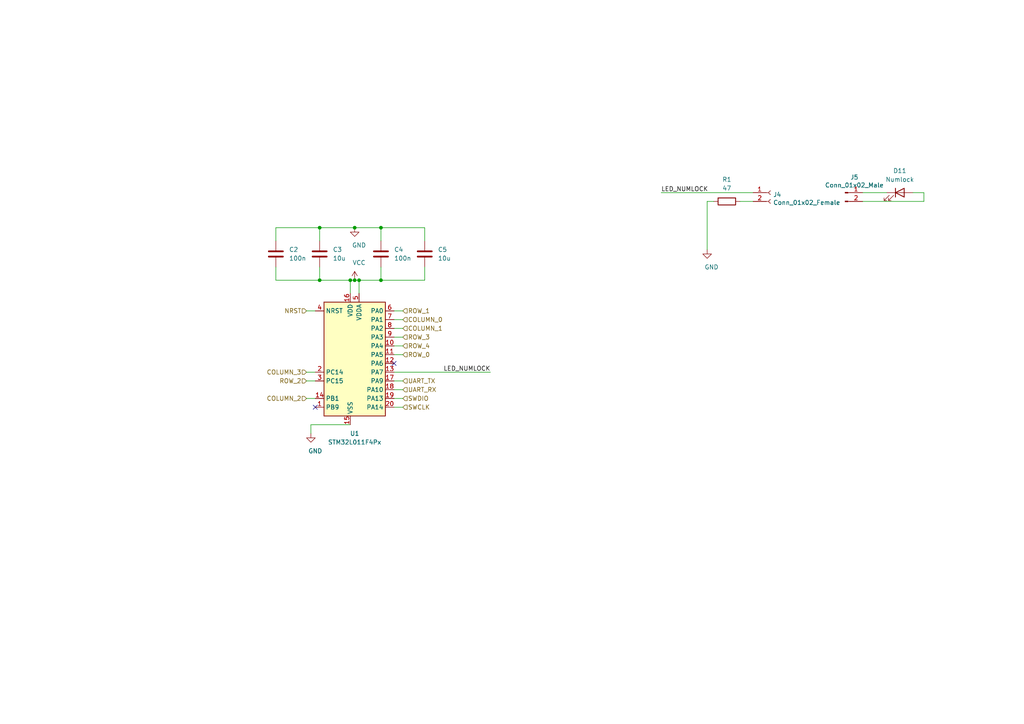
<source format=kicad_sch>
(kicad_sch (version 20210126) (generator eeschema)
  (paper "A4")
  (lib_symbols
    (symbol "Connector:Conn_01x02_Female" (pin_names (offset 1.016) hide)
      (property "Reference" "J" (at 0 2.54 0))
      (property "Value" "Conn_01x02_Female" (at 0 -5.08 0))
      (symbol "Conn_01x02_Female_1_1"
        (arc (start 0 -2.032) (end 0 -3.048) (radius (at 0 -2.54) (length 0.508) (angles 90.1 -90.1)) (stroke (width 0.1524)))
        (arc (start 0 0.508) (end 0 -0.508) (radius (at 0 0) (length 0.508) (angles 90.1 -90.1)) (stroke (width 0.1524)))
        (polyline (pts (xy -1.27 -2.54) (xy -0.508 -2.54)) (stroke (width 0.1524)))
        (polyline (pts (xy -1.27 0) (xy -0.508 0)) (stroke (width 0.1524)))
        (pin passive line (at -5.08 0 0) (length 3.81) (name "Pin_1") (number "1"))
        (pin passive line (at -5.08 -2.54 0) (length 3.81) (name "Pin_2") (number "2"))
      )
    )
    (symbol "Connector:Conn_01x02_Male" (pin_names (offset 1.016) hide)
      (property "Reference" "J" (at 0 2.54 0))
      (property "Value" "Conn_01x02_Male" (at 0 -5.08 0))
      (symbol "Conn_01x02_Male_1_1"
        (rectangle (start 0.8636 -2.413) (end 0 -2.667) (stroke (width 0.1524)) (fill (type outline)))
        (rectangle (start 0.8636 0.127) (end 0 -0.127) (stroke (width 0.1524)) (fill (type outline)))
        (polyline (pts (xy 1.27 -2.54) (xy 0.8636 -2.54)) (stroke (width 0.1524)))
        (polyline (pts (xy 1.27 0) (xy 0.8636 0)) (stroke (width 0.1524)))
        (pin passive line (at 5.08 0 180) (length 3.81) (name "Pin_1") (number "1"))
        (pin passive line (at 5.08 -2.54 180) (length 3.81) (name "Pin_2") (number "2"))
      )
    )
    (symbol "Device:C" (pin_numbers hide) (pin_names (offset 0.254))
      (property "Reference" "C" (at 0.635 2.54 0))
      (property "Value" "C" (at 0.635 -2.54 0))
      (symbol "C_0_1"
        (polyline (pts (xy -2.032 -0.762) (xy 2.032 -0.762)) (stroke (width 0.508)))
        (polyline (pts (xy -2.032 0.762) (xy 2.032 0.762)) (stroke (width 0.508)))
      )
      (symbol "C_1_1"
        (pin passive line (at 0 3.81 270) (length 2.794) (name "~") (number "1"))
        (pin passive line (at 0 -3.81 90) (length 2.794) (name "~") (number "2"))
      )
    )
    (symbol "Device:LED" (pin_numbers hide) (pin_names (offset 1.016) hide)
      (property "Reference" "D" (at 0 2.54 0))
      (property "Value" "LED" (at 0 -2.54 0))
      (symbol "LED_0_1"
        (polyline (pts (xy -1.27 -1.27) (xy -1.27 1.27)) (stroke (width 0.254)))
        (polyline (pts (xy -1.27 0) (xy 1.27 0)))
        (polyline (pts (xy 1.27 -1.27) (xy 1.27 1.27) (xy -1.27 0) (xy 1.27 -1.27)) (stroke (width 0.254)))
        (polyline (pts (xy -3.048 -0.762) (xy -4.572 -2.286) (xy -3.81 -2.286) (xy -4.572 -2.286) (xy -4.572 -1.524)))
        (polyline (pts (xy -1.778 -0.762) (xy -3.302 -2.286) (xy -2.54 -2.286) (xy -3.302 -2.286) (xy -3.302 -1.524)))
      )
      (symbol "LED_1_1"
        (pin passive line (at -3.81 0 0) (length 2.54) (name "K") (number "1"))
        (pin passive line (at 3.81 0 180) (length 2.54) (name "A") (number "2"))
      )
    )
    (symbol "Device:R" (pin_numbers hide) (pin_names (offset 0))
      (property "Reference" "R" (at 2.032 0 90))
      (property "Value" "R" (at 0 0 90))
      (symbol "R_0_1"
        (rectangle (start -1.016 -2.54) (end 1.016 2.54) (stroke (width 0.254)))
      )
      (symbol "R_1_1"
        (pin passive line (at 0 3.81 270) (length 1.27) (name "~") (number "1"))
        (pin passive line (at 0 -3.81 90) (length 1.27) (name "~") (number "2"))
      )
    )
    (symbol "MCU_ST_STM32L0:STM32L011F4Px"
      (property "Reference" "U" (at -10.16 16.51 0))
      (property "Value" "STM32L011F4Px" (at 2.54 16.51 0))
      (symbol "STM32L011F4Px_0_1"
        (rectangle (start -10.16 -17.78) (end 7.62 15.24) (stroke (width 0.254)) (fill (type background)))
      )
      (symbol "STM32L011F4Px_1_1"
        (pin input line (at -12.7 12.7 0) (length 2.54) (name "NRST") (number "4"))
        (pin bidirectional line (at 10.16 12.7 180) (length 2.54) (name "PA0") (number "6"))
        (pin bidirectional line (at 10.16 10.16 180) (length 2.54) (name "PA1") (number "7"))
        (pin bidirectional line (at 10.16 -10.16 180) (length 2.54) (name "PA10") (number "18"))
        (pin bidirectional line (at 10.16 -12.7 180) (length 2.54) (name "PA13") (number "19"))
        (pin bidirectional line (at 10.16 -15.24 180) (length 2.54) (name "PA14") (number "20"))
        (pin bidirectional line (at 10.16 7.62 180) (length 2.54) (name "PA2") (number "8"))
        (pin bidirectional line (at 10.16 5.08 180) (length 2.54) (name "PA3") (number "9"))
        (pin bidirectional line (at 10.16 2.54 180) (length 2.54) (name "PA4") (number "10"))
        (pin bidirectional line (at 10.16 0 180) (length 2.54) (name "PA5") (number "11"))
        (pin bidirectional line (at 10.16 -2.54 180) (length 2.54) (name "PA6") (number "12"))
        (pin bidirectional line (at 10.16 -5.08 180) (length 2.54) (name "PA7") (number "13"))
        (pin bidirectional line (at 10.16 -7.62 180) (length 2.54) (name "PA9") (number "17"))
        (pin bidirectional line (at -12.7 -12.7 0) (length 2.54) (name "PB1") (number "14"))
        (pin bidirectional line (at -12.7 -15.24 0) (length 2.54) (name "PB9") (number "1"))
        (pin bidirectional line (at -12.7 -5.08 0) (length 2.54) (name "PC14") (number "2"))
        (pin bidirectional line (at -12.7 -7.62 0) (length 2.54) (name "PC15") (number "3"))
        (pin power_in line (at -2.54 17.78 270) (length 2.54) (name "VDD") (number "16"))
        (pin power_in line (at 0 17.78 270) (length 2.54) (name "VDDA") (number "5"))
        (pin power_in line (at -2.54 -20.32 90) (length 2.54) (name "VSS") (number "15"))
      )
    )
    (symbol "power:GND" (power) (pin_names (offset 0))
      (property "Value" "GND" (at 0 -3.81 0))
      (symbol "GND_0_1"
        (polyline (pts (xy 0 0) (xy 0 -1.27) (xy 1.27 -1.27) (xy 0 -2.54) (xy -1.27 -1.27) (xy 0 -1.27)))
      )
      (symbol "GND_1_1"
        (pin power_in line (at 0 0 270) (length 0) hide (name "GND") (number "1"))
      )
    )
    (symbol "power:VCC" (power) (pin_names (offset 0))
      (property "Value" "VCC" (at 0 3.81 0))
      (symbol "VCC_0_1"
        (polyline (pts (xy -0.762 1.27) (xy 0 2.54)))
        (polyline (pts (xy 0 0) (xy 0 2.54)))
        (polyline (pts (xy 0 2.54) (xy 0.762 1.27)))
      )
      (symbol "VCC_1_1"
        (pin power_in line (at 0 0 90) (length 0) hide (name "VCC") (number "1"))
      )
    )
  )
  (junction (at 92.71 66.04) (diameter 0.9144))
  (junction (at 92.71 81.28) (diameter 0.9144))
  (junction (at 101.6 81.28) (diameter 0.9144))
  (junction (at 102.87 66.04) (diameter 0.9144))
  (junction (at 102.87 81.28) (diameter 0.9144))
  (junction (at 104.14 81.28) (diameter 0.9144))
  (junction (at 110.49 66.04) (diameter 0.9144))
  (junction (at 110.49 81.28) (diameter 0.9144))
  (no_connect (at 91.44 118.11))
  (no_connect (at 114.3 105.41))
  (wire (pts (xy 80.01 66.04) (xy 80.01 69.85)))
  (wire (pts (xy 80.01 66.04) (xy 92.71 66.04)))
  (wire (pts (xy 80.01 77.47) (xy 80.01 81.28)))
  (wire (pts (xy 80.01 81.28) (xy 92.71 81.28)))
  (wire (pts (xy 88.9 90.17) (xy 91.44 90.17)))
  (wire (pts (xy 88.9 107.95) (xy 91.44 107.95)))
  (wire (pts (xy 88.9 110.49) (xy 91.44 110.49)))
  (wire (pts (xy 88.9 115.57) (xy 91.44 115.57)))
  (wire (pts (xy 90.17 123.19) (xy 90.17 125.73)))
  (wire (pts (xy 90.17 123.19) (xy 101.6 123.19)))
  (wire (pts (xy 92.71 66.04) (xy 92.71 69.85)))
  (wire (pts (xy 92.71 66.04) (xy 102.87 66.04)))
  (wire (pts (xy 92.71 77.47) (xy 92.71 81.28)))
  (wire (pts (xy 92.71 81.28) (xy 101.6 81.28)))
  (wire (pts (xy 101.6 81.28) (xy 101.6 85.09)))
  (wire (pts (xy 101.6 81.28) (xy 102.87 81.28)))
  (wire (pts (xy 102.87 66.04) (xy 110.49 66.04)))
  (wire (pts (xy 102.87 81.28) (xy 104.14 81.28)))
  (wire (pts (xy 104.14 81.28) (xy 110.49 81.28)))
  (wire (pts (xy 104.14 85.09) (xy 104.14 81.28)))
  (wire (pts (xy 110.49 66.04) (xy 110.49 69.85)))
  (wire (pts (xy 110.49 66.04) (xy 123.19 66.04)))
  (wire (pts (xy 110.49 77.47) (xy 110.49 81.28)))
  (wire (pts (xy 110.49 81.28) (xy 123.19 81.28)))
  (wire (pts (xy 114.3 90.17) (xy 116.84 90.17)))
  (wire (pts (xy 114.3 92.71) (xy 116.84 92.71)))
  (wire (pts (xy 114.3 95.25) (xy 116.84 95.25)))
  (wire (pts (xy 114.3 97.79) (xy 116.84 97.79)))
  (wire (pts (xy 114.3 100.33) (xy 116.84 100.33)))
  (wire (pts (xy 114.3 110.49) (xy 116.84 110.49)))
  (wire (pts (xy 114.3 113.03) (xy 116.84 113.03)))
  (wire (pts (xy 114.3 115.57) (xy 116.84 115.57)))
  (wire (pts (xy 114.3 118.11) (xy 116.84 118.11)))
  (wire (pts (xy 116.84 102.87) (xy 114.3 102.87)))
  (wire (pts (xy 123.19 66.04) (xy 123.19 69.85)))
  (wire (pts (xy 123.19 77.47) (xy 123.19 81.28)))
  (wire (pts (xy 142.24 107.95) (xy 114.3 107.95)))
  (wire (pts (xy 191.77 55.88) (xy 218.44 55.88)))
  (wire (pts (xy 205.105 58.42) (xy 205.105 72.39)))
  (wire (pts (xy 205.105 58.42) (xy 207.01 58.42)))
  (wire (pts (xy 214.63 58.42) (xy 218.44 58.42)))
  (wire (pts (xy 250.19 55.88) (xy 257.175 55.88)))
  (wire (pts (xy 250.19 58.42) (xy 267.97 58.42)))
  (wire (pts (xy 264.795 55.88) (xy 267.97 55.88)))
  (wire (pts (xy 267.97 58.42) (xy 267.97 55.88)))
  (label "LED_NUMLOCK" (at 142.24 107.95 180))
  (label "LED_NUMLOCK" (at 191.77 55.88 0))
  (hierarchical_label "NRST" (shape input) (at 88.9 90.17 180))
  (hierarchical_label "COLUMN_3" (shape input) (at 88.9 107.95 180))
  (hierarchical_label "ROW_2" (shape input) (at 88.9 110.49 180))
  (hierarchical_label "COLUMN_2" (shape input) (at 88.9 115.57 180))
  (hierarchical_label "ROW_1" (shape input) (at 116.84 90.17 0))
  (hierarchical_label "COLUMN_0" (shape input) (at 116.84 92.71 0))
  (hierarchical_label "COLUMN_1" (shape input) (at 116.84 95.25 0))
  (hierarchical_label "ROW_3" (shape input) (at 116.84 97.79 0))
  (hierarchical_label "ROW_4" (shape input) (at 116.84 100.33 0))
  (hierarchical_label "ROW_0" (shape input) (at 116.84 102.87 0))
  (hierarchical_label "UART_TX" (shape input) (at 116.84 110.49 0))
  (hierarchical_label "UART_RX" (shape input) (at 116.84 113.03 0))
  (hierarchical_label "SWDIO" (shape input) (at 116.84 115.57 0))
  (hierarchical_label "SWCLK" (shape input) (at 116.84 118.11 0))
  (symbol (lib_id "power:VCC") (at 102.87 81.28 0) (unit 1)
    (property "Reference" "#PWR0109" (effects hide))
    (property "Value" "VCC" (at 104.14 76.2 0))
  )
  (symbol (lib_id "power:GND") (at 90.17 125.73 0) (unit 1)
    (property "Reference" "#PWR0111" (effects hide))
    (property "Value" "GND" (at 91.44 130.81 0))
  )
  (symbol (lib_id "power:GND") (at 102.87 66.04 0) (unit 1)
    (property "Reference" "#PWR0110" (effects hide))
    (property "Value" "GND" (at 104.14 71.12 0))
  )
  (symbol (lib_id "power:GND") (at 205.105 72.39 0) (unit 1)
    (property "Reference" "#PWR0112" (effects hide))
    (property "Value" "GND" (at 206.375 77.47 0))
  )
  (symbol (lib_id "Device:R") (at 210.82 58.42 90) (unit 1)
    (property "Reference" "R1" (at 210.82 52.07 90))
    (property "Value" "47" (at 210.82 54.61 90))
    (property "Footprint" "Resistor_SMD:R_0603_1608Metric_Pad0.98x0.95mm_HandSolder" (effects hide))
  )
  (symbol (lib_id "Connector:Conn_01x02_Male") (at 245.11 55.88 0) (unit 1)
    (property "Reference" "J5" (at 247.8024 51.4158 0))
    (property "Value" "Conn_01x02_Male" (at 247.8024 53.7145 0))
    (property "Footprint" "Connector_PinSocket_2.00mm:PinSocket_1x02_P2.00mm_Vertical" (effects hide))
  )
  (symbol (lib_id "Connector:Conn_01x02_Female") (at 223.52 55.88 0) (unit 1)
    (property "Reference" "J4" (at 224.2313 56.4578 0) (effects (justify left)))
    (property "Value" "Conn_01x02_Female" (at 224.2313 58.7565 0) (effects (justify left)))
    (property "Footprint" "Connector_PinSocket_2.00mm:PinSocket_1x02_P2.00mm_Vertical" (effects hide))
  )
  (symbol (lib_id "Device:LED") (at 260.985 55.88 0) (unit 1)
    (property "Reference" "D11" (at 260.985 49.53 0))
    (property "Value" "Numlock" (at 260.985 52.07 0))
    (property "Footprint" "Diode_SMD:D_0603_1608Metric_Pad1.05x0.95mm_HandSolder" (effects hide))
    (property "Mouser" "710-150060SS75000" (effects hide))
    (property "Part Name" "150060SS75000 " (effects hide))
  )
  (symbol (lib_id "Device:C") (at 80.01 73.66 0) (unit 1)
    (property "Reference" "C2" (at 83.82 72.39 0) (effects (justify left)))
    (property "Value" "100n" (at 83.82 74.93 0) (effects (justify left)))
    (property "Footprint" "Capacitor_SMD:C_0603_1608Metric_Pad1.08x0.95mm_HandSolder" (effects hide))
  )
  (symbol (lib_id "Device:C") (at 92.71 73.66 0) (unit 1)
    (property "Reference" "C3" (at 96.52 72.39 0) (effects (justify left)))
    (property "Value" "10u" (at 96.52 74.93 0) (effects (justify left)))
    (property "Footprint" "Capacitor_SMD:C_0603_1608Metric_Pad1.08x0.95mm_HandSolder" (effects hide))
  )
  (symbol (lib_id "Device:C") (at 110.49 73.66 0) (unit 1)
    (property "Reference" "C4" (at 114.3 72.39 0) (effects (justify left)))
    (property "Value" "100n" (at 114.3 74.93 0) (effects (justify left)))
    (property "Footprint" "Capacitor_SMD:C_0603_1608Metric_Pad1.08x0.95mm_HandSolder" (effects hide))
  )
  (symbol (lib_id "Device:C") (at 123.19 73.66 0) (unit 1)
    (property "Reference" "C5" (at 127 72.39 0) (effects (justify left)))
    (property "Value" "10u" (at 127 74.93 0) (effects (justify left)))
    (property "Footprint" "Capacitor_SMD:C_0603_1608Metric_Pad1.08x0.95mm_HandSolder" (effects hide))
  )
  (symbol (lib_id "MCU_ST_STM32L0:STM32L011F4Px") (at 104.14 102.87 0) (unit 1)
    (property "Reference" "U1" (at 102.87 125.73 0))
    (property "Value" "STM32L011F4Px" (at 102.87 128.27 0))
    (property "Footprint" "Package_SO:TSSOP-20_4.4x6.5mm_P0.65mm" (effects hide))
    (property "Datasheet" "http://www.st.com/st-web-ui/static/active/en/resource/technical/document/datasheet/DM00206508.pdf" (effects hide))
    (property "Mouser" " 511-STM32L011F4P6 " (effects hide))
    (property "Part Name" "STM32L011F4P6" (effects hide))
  )
)
</source>
